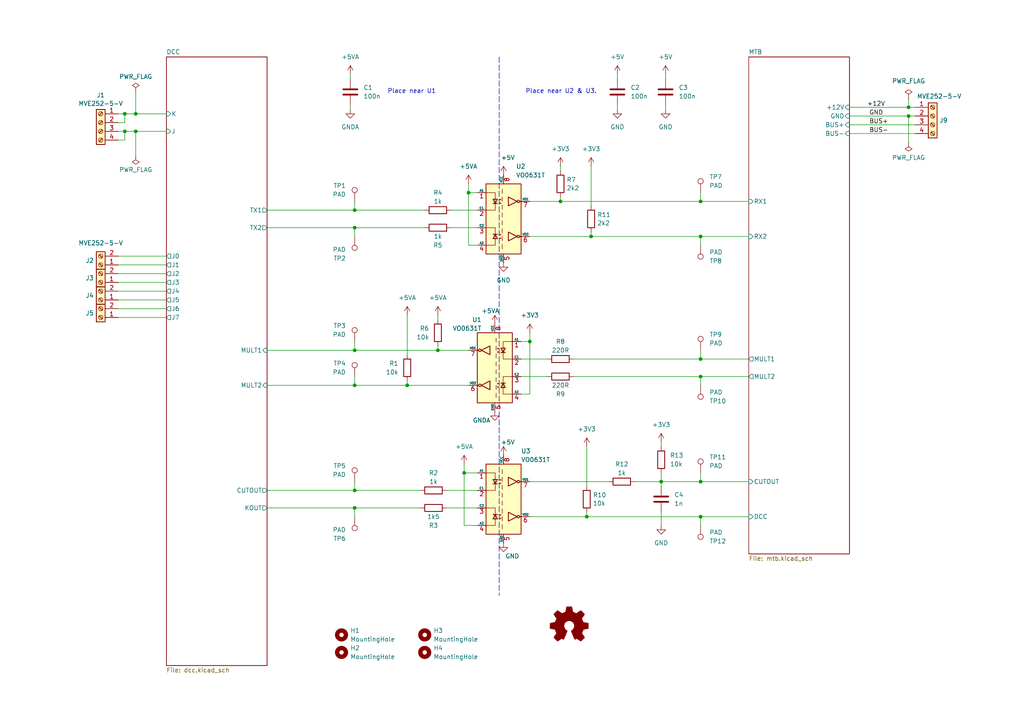
<source format=kicad_sch>
(kicad_sch (version 20230121) (generator eeschema)
  (paper "A4")
  (title_block (title "MTB-RC - MTBbus RailCom detector - root schematic") (date "2023-10-23") (rev "1.1") (company "Laboratory of railway vehicles control") (comment 1 "Kateřina Hanáková") (comment 2 "https://github.com/kmzbrnoI/mtb-rc") (comment 3 "https://creativecommons.org/licenses/by-sa/4.0/") (comment 4 "Released under the Creative Commons Attribution-ShareAlike 4.0 License"))
  (lib_symbols
    (symbol "Connector:Screw_Terminal_01x02" (pin_names (offset 1.016) hide)
      (property "Reference" "J" (at 0 2.54 0))
      (property "Value" "Screw_Terminal_01x02" (at 0 -5.08 0))
      (symbol "Screw_Terminal_01x02_1_1"
        (rectangle (start -1.27 1.27) (end 1.27 -3.81) (stroke (width 0.254)) (fill (type background)))
        (circle (center 0 -2.54) (radius 0.635) (stroke (width 0.1524)))
        (polyline (pts (xy -0.5334 -2.2098) (xy 0.3302 -3.048)) (stroke (width 0.1524)))
        (polyline (pts (xy -0.5334 0.3302) (xy 0.3302 -0.508)) (stroke (width 0.1524)))
        (polyline (pts (xy -0.3556 -2.032) (xy 0.508 -2.8702)) (stroke (width 0.1524)))
        (polyline (pts (xy -0.3556 0.508) (xy 0.508 -0.3302)) (stroke (width 0.1524)))
        (circle (center 0 0) (radius 0.635) (stroke (width 0.1524)))
        (pin passive line (at -5.08 0 0) (length 3.81) (name "Pin_1") (number "1"))
        (pin passive line (at -5.08 -2.54 0) (length 3.81) (name "Pin_2") (number "2"))
      )
    )
    (symbol "Connector:Screw_Terminal_01x04" (pin_names (offset 1.016) hide)
      (property "Reference" "J" (at 0 5.08 0))
      (property "Value" "Screw_Terminal_01x04" (at 0 -7.62 0))
      (symbol "Screw_Terminal_01x04_1_1"
        (rectangle (start -1.27 3.81) (end 1.27 -6.35) (stroke (width 0.254)) (fill (type background)))
        (circle (center 0 -5.08) (radius 0.635) (stroke (width 0.1524)))
        (circle (center 0 -2.54) (radius 0.635) (stroke (width 0.1524)))
        (polyline (pts (xy -0.5334 -4.7498) (xy 0.3302 -5.588)) (stroke (width 0.1524)))
        (polyline (pts (xy -0.5334 -2.2098) (xy 0.3302 -3.048)) (stroke (width 0.1524)))
        (polyline (pts (xy -0.5334 0.3302) (xy 0.3302 -0.508)) (stroke (width 0.1524)))
        (polyline (pts (xy -0.5334 2.8702) (xy 0.3302 2.032)) (stroke (width 0.1524)))
        (polyline (pts (xy -0.3556 -4.572) (xy 0.508 -5.4102)) (stroke (width 0.1524)))
        (polyline (pts (xy -0.3556 -2.032) (xy 0.508 -2.8702)) (stroke (width 0.1524)))
        (polyline (pts (xy -0.3556 0.508) (xy 0.508 -0.3302)) (stroke (width 0.1524)))
        (polyline (pts (xy -0.3556 3.048) (xy 0.508 2.2098)) (stroke (width 0.1524)))
        (circle (center 0 0) (radius 0.635) (stroke (width 0.1524)))
        (circle (center 0 2.54) (radius 0.635) (stroke (width 0.1524)))
        (pin passive line (at -5.08 2.54 0) (length 3.81) (name "Pin_1") (number "1"))
        (pin passive line (at -5.08 0 0) (length 3.81) (name "Pin_2") (number "2"))
        (pin passive line (at -5.08 -2.54 0) (length 3.81) (name "Pin_3") (number "3"))
        (pin passive line (at -5.08 -5.08 0) (length 3.81) (name "Pin_4") (number "4"))
      )
    )
    (symbol "Connector:TestPoint" (pin_numbers hide) (pin_names (offset 0.762) hide)
      (property "Reference" "TP" (at 0 6.858 0))
      (property "Value" "TestPoint" (at 0 5.08 0))
      (symbol "TestPoint_0_1"
        (circle (center 0 3.302) (radius 0.762))
      )
      (symbol "TestPoint_1_1"
        (pin passive line (at 0 0 90) (length 2.54) (name "1") (number "1"))
      )
    )
    (symbol "Device:C" (pin_numbers hide) (pin_names (offset 0.254))
      (property "Reference" "C" (at 0.635 2.54 0))
      (property "Value" "C" (at 0.635 -2.54 0))
      (symbol "C_0_1"
        (polyline (pts (xy -2.032 -0.762) (xy 2.032 -0.762)) (stroke (width 0.508)))
        (polyline (pts (xy -2.032 0.762) (xy 2.032 0.762)) (stroke (width 0.508)))
      )
      (symbol "C_1_1"
        (pin passive line (at 0 3.81 270) (length 2.794) (name "~") (number "1"))
        (pin passive line (at 0 -3.81 90) (length 2.794) (name "~") (number "2"))
      )
    )
    (symbol "Device:R" (pin_numbers hide) (pin_names (offset 0))
      (property "Reference" "R" (at 2.032 0 90))
      (property "Value" "R" (at 0 0 90))
      (symbol "R_0_1"
        (rectangle (start -1.016 -2.54) (end 1.016 2.54) (stroke (width 0.254)))
      )
      (symbol "R_1_1"
        (pin passive line (at 0 3.81 270) (length 1.27) (name "~") (number "1"))
        (pin passive line (at 0 -3.81 90) (length 1.27) (name "~") (number "2"))
      )
    )
    (symbol "Graphic:Logo_Open_Hardware_Small" (in_bom no) (on_board no)
      (symbol "Logo_Open_Hardware_Small_0_1"
        (polyline (pts (xy 3.3528 -4.3434) (xy 3.302 -4.318) (xy 3.175 -4.2418) (xy 2.9972 -4.1148) (xy 2.7686 -3.9624) (xy 2.54 -3.81) (xy 2.3622 -3.7084) (xy 2.2352 -3.6068) (xy 2.1844 -3.5814) (xy 2.159 -3.6068) (xy 2.0574 -3.6576) (xy 1.905 -3.7338) (xy 1.8034 -3.7846) (xy 1.6764 -3.8354) (xy 1.6002 -3.8354) (xy 1.6002 -3.8354) (xy 1.5494 -3.7338) (xy 1.4732 -3.5306) (xy 1.3462 -3.302) (xy 1.2446 -3.0226) (xy 1.1176 -2.7178) (xy 0.9652 -2.413) (xy 0.8636 -2.1082) (xy 0.7366 -1.8288) (xy 0.6604 -1.6256) (xy 0.6096 -1.4732) (xy 0.5842 -1.397) (xy 0.5842 -1.397) (xy 0.6604 -1.3208) (xy 0.7874 -1.2446) (xy 1.0414 -1.016) (xy 1.2954 -0.6858) (xy 1.4478 -0.3302) (xy 1.524 0.0762) (xy 1.4732 0.4572) (xy 1.3208 0.8128) (xy 1.0668 1.143) (xy 0.762 1.3716) (xy 0.4064 1.524) (xy 0 1.5748) (xy -0.381 1.5494) (xy -0.7366 1.397) (xy -1.0668 1.143) (xy -1.2192 0.9906) (xy -1.397 0.6604) (xy -1.524 0.3048) (xy -1.524 0.2286) (xy -1.4986 -0.1778) (xy -1.397 -0.5334) (xy -1.1938 -0.8636) (xy -0.9144 -1.143) (xy -0.8636 -1.1684) (xy -0.7366 -1.27) (xy -0.635 -1.3462) (xy -0.5842 -1.397) (xy -1.0668 -2.5908) (xy -1.143 -2.794) (xy -1.2954 -3.1242) (xy -1.397 -3.4036) (xy -1.4986 -3.6322) (xy -1.5748 -3.7846) (xy -1.6002 -3.8354) (xy -1.6002 -3.8354) (xy -1.651 -3.8354) (xy -1.7272 -3.81) (xy -1.905 -3.7338) (xy -2.0066 -3.683) (xy -2.1336 -3.6068) (xy -2.2098 -3.5814) (xy -2.2606 -3.6068) (xy -2.3622 -3.683) (xy -2.54 -3.81) (xy -2.7686 -3.9624) (xy -2.9718 -4.0894) (xy -3.1496 -4.2164) (xy -3.302 -4.318) (xy -3.3528 -4.3434) (xy -3.3782 -4.3434) (xy -3.429 -4.318) (xy -3.5306 -4.2164) (xy -3.7084 -4.064) (xy -3.937 -3.8354) (xy -3.9624 -3.81) (xy -4.1656 -3.6068) (xy -4.318 -3.4544) (xy -4.4196 -3.3274) (xy -4.445 -3.2766) (xy -4.445 -3.2766) (xy -4.4196 -3.2258) (xy -4.318 -3.0734) (xy -4.2164 -2.8956) (xy -4.064 -2.667) (xy -3.6576 -2.0828) (xy -3.8862 -1.5494) (xy -3.937 -1.3716) (xy -4.0386 -1.1684) (xy -4.0894 -1.0414) (xy -4.1148 -0.9652) (xy -4.191 -0.9398) (xy -4.318 -0.9144) (xy -4.5466 -0.8636) (xy -4.8006 -0.8128) (xy -5.0546 -0.7874) (xy -5.2578 -0.7366) (xy -5.4356 -0.7112) (xy -5.5118 -0.6858) (xy -5.5118 -0.6858) (xy -5.5372 -0.635) (xy -5.5372 -0.5588) (xy -5.5372 -0.4318) (xy -5.5626 -0.2286) (xy -5.5626 0.0762) (xy -5.5626 0.127) (xy -5.5372 0.4064) (xy -5.5372 0.635) (xy -5.5372 0.762) (xy -5.5372 0.8382) (xy -5.5372 0.8382) (xy -5.461 0.8382) (xy -5.3086 0.889) (xy -5.08 0.9144) (xy -4.826 0.9652) (xy -4.8006 0.9906) (xy -4.5466 1.0414) (xy -4.318 1.0668) (xy -4.1656 1.1176) (xy -4.0894 1.143) (xy -4.0894 1.143) (xy -4.0386 1.2446) (xy -3.9624 1.4224) (xy -3.8608 1.6256) (xy -3.7846 1.8288) (xy -3.7084 2.0066) (xy -3.6576 2.159) (xy -3.6322 2.2098) (xy -3.6322 2.2098) (xy -3.683 2.286) (xy -3.7592 2.413) (xy -3.8862 2.5908) (xy -4.064 2.8194) (xy -4.064 2.8448) (xy -4.2164 3.0734) (xy -4.3434 3.2512) (xy -4.4196 3.3782) (xy -4.445 3.4544) (xy -4.445 3.4544) (xy -4.3942 3.5052) (xy -4.2926 3.6322) (xy -4.1148 3.81) (xy -3.937 4.0132) (xy -3.8608 4.064) (xy -3.6576 4.2926) (xy -3.5052 4.4196) (xy -3.4036 4.4958) (xy -3.3528 4.5212) (xy -3.3528 4.5212) (xy -3.302 4.4704) (xy -3.1496 4.3688) (xy -2.9718 4.2418) (xy -2.7432 4.0894) (xy -2.7178 4.0894) (xy -2.4892 3.937) (xy -2.3114 3.81) (xy -2.1844 3.7084) (xy -2.1336 3.683) (xy -2.1082 3.683) (xy -2.032 3.7084) (xy -1.8542 3.7592) (xy -1.6764 3.8354) (xy -1.4732 3.937) (xy -1.27 4.0132) (xy -1.143 4.064) (xy -1.0668 4.1148) (xy -1.0668 4.1148) (xy -1.0414 4.191) (xy -1.016 4.3434) (xy -0.9652 4.572) (xy -0.9144 4.8514) (xy -0.889 4.9022) (xy -0.8382 5.1562) (xy -0.8128 5.3848) (xy -0.7874 5.5372) (xy -0.762 5.588) (xy -0.7112 5.6134) (xy -0.5842 5.6134) (xy -0.4064 5.6134) (xy -0.1524 5.6134) (xy 0.0762 5.6134) (xy 0.3302 5.6134) (xy 0.5334 5.6134) (xy 0.6858 5.588) (xy 0.7366 5.588) (xy 0.7366 5.588) (xy 0.762 5.5118) (xy 0.8128 5.334) (xy 0.8382 5.1054) (xy 0.9144 4.826) (xy 0.9144 4.7752) (xy 0.9652 4.5212) (xy 1.016 4.2926) (xy 1.0414 4.1402) (xy 1.0668 4.0894) (xy 1.0668 4.0894) (xy 1.1938 4.0386) (xy 1.3716 3.9624) (xy 1.5748 3.8608) (xy 2.0828 3.6576) (xy 2.7178 4.0894) (xy 2.7686 4.1402) (xy 2.9972 4.2926) (xy 3.175 4.4196) (xy 3.302 4.4958) (xy 3.3782 4.5212) (xy 3.3782 4.5212) (xy 3.429 4.4704) (xy 3.556 4.3434) (xy 3.7338 4.191) (xy 3.9116 3.9878) (xy 4.064 3.8354) (xy 4.2418 3.6576) (xy 4.3434 3.556) (xy 4.4196 3.4798) (xy 4.4196 3.429) (xy 4.4196 3.4036) (xy 4.3942 3.3274) (xy 4.2926 3.2004) (xy 4.1656 2.9972) (xy 4.0132 2.794) (xy 3.8862 2.5908) (xy 3.7592 2.3876) (xy 3.6576 2.2352) (xy 3.6322 2.159) (xy 3.6322 2.1336) (xy 3.683 2.0066) (xy 3.7592 1.8288) (xy 3.8608 1.6002) (xy 4.064 1.1176) (xy 4.3942 1.0414) (xy 4.5974 1.016) (xy 4.8768 0.9652) (xy 5.1308 0.9144) (xy 5.5372 0.8382) (xy 5.5626 -0.6604) (xy 5.4864 -0.6858) (xy 5.4356 -0.6858) (xy 5.2832 -0.7366) (xy 5.0546 -0.762) (xy 4.8006 -0.8128) (xy 4.5974 -0.8636) (xy 4.3688 -0.9144) (xy 4.2164 -0.9398) (xy 4.1402 -0.9398) (xy 4.1148 -0.9652) (xy 4.064 -1.0668) (xy 3.9878 -1.2446) (xy 3.9116 -1.4478) (xy 3.81 -1.651) (xy 3.7338 -1.8542) (xy 3.683 -2.0066) (xy 3.6576 -2.0828) (xy 3.683 -2.1336) (xy 3.7846 -2.2606) (xy 3.8862 -2.4638) (xy 4.0386 -2.667) (xy 4.191 -2.8956) (xy 4.318 -3.0734) (xy 4.3942 -3.2004) (xy 4.445 -3.2766) (xy 4.4196 -3.3274) (xy 4.3434 -3.429) (xy 4.1656 -3.5814) (xy 3.937 -3.8354) (xy 3.8862 -3.8608) (xy 3.683 -4.064) (xy 3.5306 -4.2164) (xy 3.4036 -4.318) (xy 3.3528 -4.3434)) (fill (type outline)))
      )
    )
    (symbol "Isolator:VO0631T" (pin_names (offset 0))
      (property "Reference" "U" (at -4.064 11.43 0))
      (property "Value" "VO0631T" (at 7.874 11.43 0))
      (symbol "VO0631T_0_1"
        (rectangle (start -5.08 10.16) (end 5.08 -10.16) (stroke (width 0.254)) (fill (type background)))
      )
      (symbol "VO0631T_1_1"
        (polyline (pts (xy -3.048 -4.445) (xy -1.778 -4.445)) (stroke (width 0.254)))
        (polyline (pts (xy -3.048 4.445) (xy -1.778 4.445)) (stroke (width 0.254)))
        (polyline (pts (xy -0.381 -7.366) (xy -0.381 -8.636)))
        (polyline (pts (xy -0.381 -5.08) (xy -0.381 -6.35)))
        (polyline (pts (xy -0.381 -2.794) (xy -0.381 -4.064)))
        (polyline (pts (xy -0.381 -0.508) (xy -0.381 -1.778)))
        (polyline (pts (xy -0.381 1.778) (xy -0.381 0.508)))
        (polyline (pts (xy -0.381 4.064) (xy -0.381 2.794)))
        (polyline (pts (xy -0.381 6.35) (xy -0.381 5.08)))
        (polyline (pts (xy -0.381 8.636) (xy -0.381 7.366)))
        (polyline (pts (xy 4.699 -5.08) (xy 5.207 -5.08)) (stroke (width 0.254)))
        (polyline (pts (xy 4.699 5.08) (xy 5.334 5.08)) (stroke (width 0.254)))
        (polyline (pts (xy -4.953 -7.62) (xy -2.413 -7.62) (xy -2.413 -5.715)))
        (polyline (pts (xy -4.953 7.62) (xy -2.413 7.62) (xy -2.413 4.318)))
        (polyline (pts (xy -2.413 -5.842) (xy -2.413 -2.54) (xy -4.953 -2.54)))
        (polyline (pts (xy -2.413 4.445) (xy -2.413 2.54) (xy -4.953 2.54)))
        (polyline (pts (xy -2.413 -4.445) (xy -3.048 -5.715) (xy -1.778 -5.715) (xy -2.413 -4.445)) (stroke (width 0.254)))
        (polyline (pts (xy -2.413 4.445) (xy -3.048 5.715) (xy -1.778 5.715) (xy -2.413 4.445)) (stroke (width 0.254)))
        (polyline (pts (xy 3.937 -5.08) (xy 1.397 -3.81) (xy 1.397 -6.35) (xy 3.937 -5.08)) (stroke (width 0.254)))
        (polyline (pts (xy 3.937 5.08) (xy 1.397 6.35) (xy 1.397 3.81) (xy 3.937 5.08)) (stroke (width 0.254)))
        (polyline (pts (xy -1.397 -5.588) (xy -0.635 -5.588) (xy -1.016 -5.715) (xy -1.016 -5.461) (xy -0.635 -5.588)) (stroke (width 0.127)))
        (polyline (pts (xy -1.397 -4.572) (xy -0.635 -4.572) (xy -1.016 -4.699) (xy -1.016 -4.445) (xy -0.635 -4.572)) (stroke (width 0.127)))
        (polyline (pts (xy -1.397 4.572) (xy -0.635 4.572) (xy -1.016 4.445) (xy -1.016 4.699) (xy -0.635 4.572)) (stroke (width 0.127)))
        (polyline (pts (xy -1.397 5.588) (xy -0.635 5.588) (xy -1.016 5.461) (xy -1.016 5.715) (xy -0.635 5.588)) (stroke (width 0.127)))
        (circle (center 4.318 -5.08) (radius 0.3556) (stroke (width 0.254)))
        (circle (center 4.318 5.08) (radius 0.3556) (stroke (width 0.254)))
        (pin passive line (at -7.62 7.62 0) (length 2.54) (name "A1") (number "1"))
        (pin passive line (at -7.62 2.54 0) (length 2.54) (name "C1") (number "2"))
        (pin passive line (at -7.62 -2.54 0) (length 2.54) (name "C2") (number "3"))
        (pin passive line (at -7.62 -7.62 0) (length 2.54) (name "A2") (number "4"))
        (pin power_in line (at 0 -12.7 90) (length 2.54) (name "GND") (number "5"))
        (pin open_collector line (at 7.62 -5.08 180) (length 2.54) (name "VO2") (number "6"))
        (pin open_collector line (at 7.62 5.08 180) (length 2.54) (name "VO1") (number "7"))
        (pin power_in line (at 0 12.7 270) (length 2.54) (name "VCC") (number "8"))
      )
    )
    (symbol "Mechanical:MountingHole" (pin_names (offset 1.016))
      (property "Reference" "H" (at 0 5.08 0))
      (property "Value" "MountingHole" (at 0 3.175 0))
      (symbol "MountingHole_0_1"
        (circle (center 0 0) (radius 1.27) (stroke (width 1.27)))
      )
    )
    (symbol "power:+3V3" (power) (pin_names (offset 0))
      (property "Value" "+3V3" (at 0 3.556 0))
      (symbol "+3V3_0_1"
        (polyline (pts (xy -0.762 1.27) (xy 0 2.54)))
        (polyline (pts (xy 0 0) (xy 0 2.54)))
        (polyline (pts (xy 0 2.54) (xy 0.762 1.27)))
      )
      (symbol "+3V3_1_1"
        (pin power_in line (at 0 0 90) (length 0) hide (name "+3V3") (number "1"))
      )
    )
    (symbol "power:+5V" (power) (pin_names (offset 0))
      (property "Value" "+5V" (at 0 3.556 0))
      (symbol "+5V_0_1"
        (polyline (pts (xy -0.762 1.27) (xy 0 2.54)))
        (polyline (pts (xy 0 0) (xy 0 2.54)))
        (polyline (pts (xy 0 2.54) (xy 0.762 1.27)))
      )
      (symbol "+5V_1_1"
        (pin power_in line (at 0 0 90) (length 0) hide (name "+5V") (number "1"))
      )
    )
    (symbol "power:+5VA" (power) (pin_names (offset 0))
      (property "Value" "+5VA" (at 0 3.556 0))
      (symbol "+5VA_0_1"
        (polyline (pts (xy -0.762 1.27) (xy 0 2.54)))
        (polyline (pts (xy 0 0) (xy 0 2.54)))
        (polyline (pts (xy 0 2.54) (xy 0.762 1.27)))
      )
      (symbol "+5VA_1_1"
        (pin power_in line (at 0 0 90) (length 0) hide (name "+5VA") (number "1"))
      )
    )
    (symbol "power:GND" (power) (pin_names (offset 0))
      (property "Value" "GND" (at 0 -3.81 0))
      (symbol "GND_0_1"
        (polyline (pts (xy 0 0) (xy 0 -1.27) (xy 1.27 -1.27) (xy 0 -2.54) (xy -1.27 -1.27) (xy 0 -1.27)))
      )
      (symbol "GND_1_1"
        (pin power_in line (at 0 0 270) (length 0) hide (name "GND") (number "1"))
      )
    )
    (symbol "power:GNDA" (power) (pin_names (offset 0))
      (property "Value" "GNDA" (at 0 -3.81 0))
      (symbol "GNDA_0_1"
        (polyline (pts (xy 0 0) (xy 0 -1.27) (xy 1.27 -1.27) (xy 0 -2.54) (xy -1.27 -1.27) (xy 0 -1.27)))
      )
      (symbol "GNDA_1_1"
        (pin power_in line (at 0 0 270) (length 0) hide (name "GNDA") (number "1"))
      )
    )
    (symbol "power:PWR_FLAG" (power) (pin_numbers hide) (pin_names (offset 0) hide)
      (property "Value" "PWR_FLAG" (at 0 3.81 0))
      (symbol "PWR_FLAG_0_0"
        (pin power_out line (at 0 0 90) (length 0) (name "pwr") (number "1"))
      )
      (symbol "PWR_FLAG_0_1"
        (polyline (pts (xy 0 0) (xy 0 1.27) (xy -1.016 1.905) (xy 0 2.54) (xy 1.016 1.905) (xy 0 1.27)))
      )
    )
  )
  (junction (at 102.87 147.32))
  (junction (at 102.87 142.24))
  (junction (at 263.525 31.115))
  (junction (at 263.525 33.655))
  (junction (at 39.37 38.1))
  (junction (at 118.11 111.76))
  (junction (at 170.18 149.86))
  (junction (at 127 101.6))
  (junction (at 36.195 33.02))
  (junction (at 171.45 68.58))
  (junction (at 36.195 38.1))
  (junction (at 102.87 101.6))
  (junction (at 191.77 139.7))
  (junction (at 153.67 99.06))
  (junction (at 134.62 137.16))
  (junction (at 102.87 60.96))
  (junction (at 203.2 58.42))
  (junction (at 39.37 33.02))
  (junction (at 203.2 139.7))
  (junction (at 102.87 66.04))
  (junction (at 203.2 149.86))
  (junction (at 203.2 104.14))
  (junction (at 162.56 58.42))
  (junction (at 203.2 68.58))
  (junction (at 203.2 109.22))
  (junction (at 102.87 111.76))
  (junction (at 135.89 55.88))
  (wire (pts (xy 246.38 33.655) (xy 263.525 33.655)))
  (wire (pts (xy 77.47 101.6) (xy 102.87 101.6)))
  (wire (pts (xy 39.37 38.1) (xy 39.37 45.085)))
  (wire (pts (xy 101.6 31.75) (xy 101.6 30.48)))
  (wire (pts (xy 102.87 147.32) (xy 102.87 149.86)))
  (wire (pts (xy 134.62 137.16) (xy 134.62 134.62)))
  (wire (pts (xy 130.81 66.04) (xy 138.43 66.04)))
  (wire (pts (xy 191.77 128.27) (xy 191.77 129.54)))
  (wire (pts (xy 203.2 139.7) (xy 217.17 139.7)))
  (wire (pts (xy 246.38 36.195) (xy 265.43 36.195)))
  (wire (pts (xy 102.87 101.6) (xy 127 101.6)))
  (wire (pts (xy 171.45 68.58) (xy 203.2 68.58)))
  (wire (pts (xy 158.75 109.22) (xy 151.13 109.22)))
  (wire (pts (xy 135.89 55.88) (xy 135.89 53.34)))
  (wire (pts (xy 102.87 109.22) (xy 102.87 111.76)))
  (wire (pts (xy 34.29 38.1) (xy 36.195 38.1)))
  (wire (pts (xy 170.18 148.59) (xy 170.18 149.86)))
  (wire (pts (xy 102.87 99.06) (xy 102.87 101.6)))
  (wire (pts (xy 193.04 21.59) (xy 193.04 22.86)))
  (wire (pts (xy 34.29 79.375) (xy 48.26 79.375)))
  (wire (pts (xy 170.18 149.86) (xy 203.2 149.86)))
  (wire (pts (xy 171.45 67.31) (xy 171.45 68.58)))
  (wire (pts (xy 129.54 147.32) (xy 138.43 147.32)))
  (polyline (pts (xy 144.78 16.51) (xy 144.78 172.72)) (stroke (width 0) (type dash)))
  (wire (pts (xy 118.11 110.49) (xy 118.11 111.76)))
  (wire (pts (xy 34.29 40.64) (xy 36.195 40.64)))
  (wire (pts (xy 203.2 149.86) (xy 217.17 149.86)))
  (wire (pts (xy 129.54 142.24) (xy 138.43 142.24)))
  (wire (pts (xy 184.15 139.7) (xy 191.77 139.7)))
  (wire (pts (xy 34.29 74.295) (xy 48.26 74.295)))
  (wire (pts (xy 102.87 60.96) (xy 123.19 60.96)))
  (wire (pts (xy 151.13 99.06) (xy 153.67 99.06)))
  (wire (pts (xy 171.45 48.26) (xy 171.45 59.69)))
  (wire (pts (xy 170.18 129.54) (xy 170.18 140.97)))
  (wire (pts (xy 138.43 55.88) (xy 135.89 55.88)))
  (wire (pts (xy 127 100.33) (xy 127 101.6)))
  (wire (pts (xy 203.2 137.16) (xy 203.2 139.7)))
  (wire (pts (xy 77.47 66.04) (xy 102.87 66.04)))
  (wire (pts (xy 263.525 33.655) (xy 263.525 41.275)))
  (wire (pts (xy 130.81 60.96) (xy 138.43 60.96)))
  (wire (pts (xy 77.47 147.32) (xy 102.87 147.32)))
  (wire (pts (xy 102.87 142.24) (xy 121.92 142.24)))
  (wire (pts (xy 102.87 139.7) (xy 102.87 142.24)))
  (wire (pts (xy 153.67 58.42) (xy 162.56 58.42)))
  (wire (pts (xy 162.56 58.42) (xy 203.2 58.42)))
  (wire (pts (xy 153.67 114.3) (xy 151.13 114.3)))
  (wire (pts (xy 101.6 21.59) (xy 101.6 22.86)))
  (wire (pts (xy 138.43 137.16) (xy 134.62 137.16)))
  (wire (pts (xy 34.29 81.915) (xy 48.26 81.915)))
  (wire (pts (xy 39.37 38.1) (xy 48.26 38.1)))
  (wire (pts (xy 153.67 68.58) (xy 171.45 68.58)))
  (wire (pts (xy 36.195 33.02) (xy 39.37 33.02)))
  (wire (pts (xy 118.11 91.44) (xy 118.11 102.87)))
  (wire (pts (xy 203.2 68.58) (xy 217.17 68.58)))
  (wire (pts (xy 39.37 26.67) (xy 39.37 33.02)))
  (wire (pts (xy 191.77 140.97) (xy 191.77 139.7)))
  (wire (pts (xy 135.89 71.12) (xy 138.43 71.12)))
  (wire (pts (xy 102.87 58.42) (xy 102.87 60.96)))
  (wire (pts (xy 162.56 48.26) (xy 162.56 49.53)))
  (wire (pts (xy 36.195 38.1) (xy 39.37 38.1)))
  (wire (pts (xy 34.29 89.535) (xy 48.26 89.535)))
  (wire (pts (xy 77.47 142.24) (xy 102.87 142.24)))
  (wire (pts (xy 36.195 33.02) (xy 36.195 35.56)))
  (wire (pts (xy 118.11 111.76) (xy 135.89 111.76)))
  (wire (pts (xy 263.525 28.575) (xy 263.525 31.115)))
  (wire (pts (xy 179.07 21.59) (xy 179.07 22.86)))
  (wire (pts (xy 203.2 101.6) (xy 203.2 104.14)))
  (wire (pts (xy 34.29 76.835) (xy 48.26 76.835)))
  (wire (pts (xy 203.2 58.42) (xy 217.17 58.42)))
  (wire (pts (xy 203.2 152.4) (xy 203.2 149.86)))
  (wire (pts (xy 203.2 109.22) (xy 217.17 109.22)))
  (wire (pts (xy 153.67 99.06) (xy 153.67 114.3)))
  (wire (pts (xy 77.47 111.76) (xy 102.87 111.76)))
  (wire (pts (xy 191.77 139.7) (xy 203.2 139.7)))
  (wire (pts (xy 34.29 84.455) (xy 48.26 84.455)))
  (wire (pts (xy 191.77 148.59) (xy 191.77 152.4)))
  (wire (pts (xy 39.37 33.02) (xy 48.26 33.02)))
  (wire (pts (xy 263.525 33.655) (xy 265.43 33.655)))
  (wire (pts (xy 203.2 71.12) (xy 203.2 68.58)))
  (wire (pts (xy 203.2 109.22) (xy 203.2 111.76)))
  (wire (pts (xy 162.56 57.15) (xy 162.56 58.42)))
  (wire (pts (xy 102.87 66.04) (xy 123.19 66.04)))
  (wire (pts (xy 191.77 137.16) (xy 191.77 139.7)))
  (wire (pts (xy 134.62 152.4) (xy 138.43 152.4)))
  (wire (pts (xy 246.38 38.735) (xy 265.43 38.735)))
  (wire (pts (xy 127 91.44) (xy 127 92.71)))
  (wire (pts (xy 34.29 86.995) (xy 48.26 86.995)))
  (wire (pts (xy 134.62 137.16) (xy 134.62 152.4)))
  (wire (pts (xy 179.07 31.75) (xy 179.07 30.48)))
  (wire (pts (xy 36.195 40.64) (xy 36.195 38.1)))
  (wire (pts (xy 153.67 99.06) (xy 153.67 96.52)))
  (wire (pts (xy 102.87 147.32) (xy 121.92 147.32)))
  (wire (pts (xy 135.89 55.88) (xy 135.89 71.12)))
  (wire (pts (xy 166.37 109.22) (xy 203.2 109.22)))
  (wire (pts (xy 34.29 33.02) (xy 36.195 33.02)))
  (wire (pts (xy 77.47 60.96) (xy 102.87 60.96)))
  (wire (pts (xy 203.2 104.14) (xy 217.17 104.14)))
  (wire (pts (xy 158.75 104.14) (xy 151.13 104.14)))
  (wire (pts (xy 34.29 35.56) (xy 36.195 35.56)))
  (wire (pts (xy 246.38 31.115) (xy 263.525 31.115)))
  (wire (pts (xy 203.2 55.88) (xy 203.2 58.42)))
  (wire (pts (xy 34.29 92.075) (xy 48.26 92.075)))
  (wire (pts (xy 127 101.6) (xy 135.89 101.6)))
  (wire (pts (xy 166.37 104.14) (xy 203.2 104.14)))
  (wire (pts (xy 193.04 31.75) (xy 193.04 30.48)))
  (wire (pts (xy 153.67 139.7) (xy 176.53 139.7)))
  (wire (pts (xy 102.87 111.76) (xy 118.11 111.76)))
  (wire (pts (xy 102.87 66.04) (xy 102.87 68.58)))
  (wire (pts (xy 263.525 31.115) (xy 265.43 31.115)))
  (wire (pts (xy 153.67 149.86) (xy 170.18 149.86)))
  (text "Place near U2 & U3." (at 152.4 27.305 0) (effects (font (size 1.27 1.27)) (justify left bottom)))
  (text "Place near U1" (at 112.395 27.305 0) (effects (font (size 1.27 1.27)) (justify left bottom)))
  (label "GND" (at 252.095 33.655 0))
  (label "BUS-" (at 252.095 38.735 0))
  (label "BUS+" (at 252.095 36.195 0))
  (label "+12V" (at 251.46 31.115 0))
  (symbol (lib_id "Device:R") (at 162.56 104.14 270) (mirror x) (unit 1)
    (property "Reference" "R8" (at 162.56 99.06 90))
    (property "Value" "220R" (at 162.56 101.6 90))
    (property "Footprint" "Resistor_SMD:R_0805_2012Metric_Pad1.20x1.40mm_HandSolder" (effects hide))
  )
  (symbol (lib_id "Isolator:VO0631T") (at 146.05 63.5 0) (unit 1)
    (property "Reference" "U2" (at 149.6761 48.26 0) (effects (justify left)))
    (property "Value" "VO0631T" (at 149.6761 50.8 0) (effects (justify left)))
    (property "Footprint" "Package_SO:SOIC-8_3.9x4.9mm_P1.27mm" (effects hide))
    (property "Datasheet" "http://www.vishay.com/doc?84607" (effects hide))
  )
  (symbol (lib_id "Connector:Screw_Terminal_01x02") (at 29.21 86.995 180) (unit 1)
    (property "Reference" "J4" (at 26.035 85.725 0))
    (property "Value" "MVE252-5-V" (effects hide))
    (property "Footprint" "TerminalBlock_Euroclamp:MVE252-5-V" (effects hide))
  )
  (symbol (lib_id "power:+5VA") (at 135.89 53.34 0) (unit 1)
    (property "Reference" "#PWR06" (effects hide))
    (property "Value" "+5VA" (at 135.89 48.26 0))
  )
  (symbol (lib_id "Connector:TestPoint") (at 102.87 139.7 0) (mirror y) (unit 1)
    (property "Reference" "TP5" (at 100.33 135.128 0) (effects (justify left)))
    (property "Value" "PAD" (at 100.33 137.668 0) (effects (justify left)))
    (property "Footprint" "Connector_PinHeader_2.54mm:PinHeader_1x01_P2.54mm_Vertical" (effects hide))
  )
  (symbol (lib_id "Device:C") (at 193.04 26.67 0) (unit 1)
    (property "Reference" "C3" (at 196.85 25.4 0) (effects (justify left)))
    (property "Value" "100n" (at 196.85 27.94 0) (effects (justify left)))
    (property "Footprint" "Capacitor_SMD:C_0805_2012Metric_Pad1.18x1.45mm_HandSolder" (effects hide))
  )
  (symbol (lib_id "power:GNDA") (at 101.6 31.75 0) (unit 1)
    (property "Reference" "#PWR02" (effects hide))
    (property "Value" "GNDA" (at 101.6 36.83 0))
  )
  (symbol (lib_id "Isolator:VO0631T") (at 143.51 106.68 0) (mirror y) (unit 1)
    (property "Reference" "U1" (at 139.7 92.71 0) (effects (justify left)))
    (property "Value" "VO0631T" (at 139.7 95.25 0) (effects (justify left)))
    (property "Footprint" "Package_SO:SOIC-8_3.9x4.9mm_P1.27mm" (effects hide))
    (property "Datasheet" "http://www.vishay.com/doc?84607" (effects hide))
  )
  (symbol (lib_id "Connector:TestPoint") (at 203.2 137.16 0) (unit 1)
    (property "Reference" "TP11" (at 205.74 132.588 0) (effects (justify left)))
    (property "Value" "PAD" (at 205.74 135.128 0) (effects (justify left)))
    (property "Footprint" "Connector_PinHeader_2.54mm:PinHeader_1x01_P2.54mm_Vertical" (effects hide))
  )
  (symbol (lib_id "power:+5VA") (at 127 91.44 0) (unit 1)
    (property "Reference" "#PWR04" (effects hide))
    (property "Value" "+5VA" (at 127 86.36 0))
  )
  (symbol (lib_id "Connector:Screw_Terminal_01x04") (at 29.21 35.56 0) (mirror y) (unit 1)
    (property "Reference" "J1" (at 29.21 27.6057 0))
    (property "Value" "MVE252-5-V" (at 29.21 30.0299 0))
    (property "Footprint" "TerminalBlock_Euroclamp:MVE252-5-V-2x" (effects hide))
  )
  (symbol (lib_id "Device:R") (at 127 96.52 0) (mirror y) (unit 1)
    (property "Reference" "R6" (at 124.46 95.25 0) (effects (justify left)))
    (property "Value" "10k" (at 124.46 97.79 0) (effects (justify left)))
    (property "Footprint" "Resistor_SMD:R_0805_2012Metric_Pad1.20x1.40mm_HandSolder" (effects hide))
  )
  (symbol (lib_id "power:PWR_FLAG") (at 39.37 45.085 0) (mirror x) (unit 1)
    (property "Reference" "#FLG03" (effects hide))
    (property "Value" "PWR_FLAG" (at 39.37 49.2181 0))
  )
  (symbol (lib_id "power:+3V3") (at 162.56 48.26 0) (unit 1)
    (property "Reference" "#PWR014" (effects hide))
    (property "Value" "+3V3" (at 162.56 43.18 0))
  )
  (symbol (lib_id "Device:R") (at 171.45 63.5 0) (unit 1)
    (property "Reference" "R11" (at 173.228 62.2879 0) (effects (justify left)))
    (property "Value" "2k2" (at 173.228 64.7121 0) (effects (justify left)))
    (property "Footprint" "Resistor_SMD:R_0805_2012Metric_Pad1.20x1.40mm_HandSolder" (effects hide))
  )
  (symbol (lib_id "power:PWR_FLAG") (at 263.525 41.275 180) (unit 1)
    (property "Reference" "#FLG02" (effects hide))
    (property "Value" "PWR_FLAG" (at 263.525 45.72 0))
  )
  (symbol (lib_id "power:GND") (at 146.05 157.48 0) (unit 1)
    (property "Reference" "#PWR012" (effects hide))
    (property "Value" "GND" (at 148.59 161.29 0))
  )
  (symbol (lib_id "Connector:TestPoint") (at 102.87 58.42 0) (mirror y) (unit 1)
    (property "Reference" "TP1" (at 100.33 53.848 0) (effects (justify left)))
    (property "Value" "PAD" (at 100.33 56.388 0) (effects (justify left)))
    (property "Footprint" "Connector_PinHeader_2.54mm:PinHeader_1x01_P2.54mm_Vertical" (effects hide))
  )
  (symbol (lib_id "power:GND") (at 191.77 152.4 0) (unit 1)
    (property "Reference" "#PWR022" (effects hide))
    (property "Value" "GND" (at 191.77 157.48 0))
  )
  (symbol (lib_id "Connector:Screw_Terminal_01x04") (at 270.51 33.655 0) (unit 1)
    (property "Reference" "J9" (at 273.685 34.925 0))
    (property "Value" "MVE252-5-V" (at 272.415 27.94 0))
    (property "Footprint" "TerminalBlock_Euroclamp:MVE252-5-V-2x" (effects hide))
  )
  (symbol (lib_id "Device:C") (at 101.6 26.67 0) (unit 1)
    (property "Reference" "C1" (at 105.41 25.4 0) (effects (justify left)))
    (property "Value" "100n" (at 105.41 27.94 0) (effects (justify left)))
    (property "Footprint" "Capacitor_SMD:C_0805_2012Metric_Pad1.18x1.45mm_HandSolder" (effects hide))
  )
  (symbol (lib_id "Connector:Screw_Terminal_01x02") (at 29.21 81.915 180) (unit 1)
    (property "Reference" "J3" (at 26.035 80.645 0))
    (property "Value" "MVE252-5-V" (effects hide))
    (property "Footprint" "TerminalBlock_Euroclamp:MVE252-5-V" (effects hide))
  )
  (symbol (lib_id "Device:R") (at 118.11 106.68 0) (mirror y) (unit 1)
    (property "Reference" "R1" (at 115.57 105.41 0) (effects (justify left)))
    (property "Value" "10k" (at 115.57 107.95 0) (effects (justify left)))
    (property "Footprint" "Resistor_SMD:R_0805_2012Metric_Pad1.20x1.40mm_HandSolder" (effects hide))
  )
  (symbol (lib_id "power:PWR_FLAG") (at 263.525 28.575 0) (unit 1)
    (property "Reference" "#FLG01" (effects hide))
    (property "Value" "PWR_FLAG" (at 263.525 23.495 0))
  )
  (symbol (lib_id "Device:R") (at 127 66.04 90) (unit 1)
    (property "Reference" "R5" (at 127 71.12 90))
    (property "Value" "1k" (at 127 68.58 90))
    (property "Footprint" "Resistor_SMD:R_0805_2012Metric_Pad1.20x1.40mm_HandSolder" (effects hide))
  )
  (symbol (lib_id "Isolator:VO0631T") (at 146.05 144.78 0) (unit 1)
    (property "Reference" "U3" (at 151.13 130.81 0) (effects (justify left)))
    (property "Value" "VO0631T" (at 151.13 133.35 0) (effects (justify left)))
    (property "Footprint" "Package_SO:SOIC-8_3.9x4.9mm_P1.27mm" (effects hide))
    (property "Datasheet" "http://www.vishay.com/doc?84607" (effects hide))
  )
  (symbol (lib_id "Connector:TestPoint") (at 203.2 152.4 0) (mirror x) (unit 1)
    (property "Reference" "TP12" (at 205.74 156.972 0) (effects (justify left)))
    (property "Value" "PAD" (at 205.74 154.432 0) (effects (justify left)))
    (property "Footprint" "Connector_PinHeader_2.54mm:PinHeader_1x01_P2.54mm_Vertical" (effects hide))
  )
  (symbol (lib_id "power:+5V") (at 193.04 21.59 0) (unit 1)
    (property "Reference" "#PWR019" (effects hide))
    (property "Value" "+5V" (at 193.04 16.51 0))
  )
  (symbol (lib_id "Graphic:Logo_Open_Hardware_Small") (at 165.1 181.61 0) (unit 1) (in_bom no) (on_board no)
    (property "Reference" "#SYM1" (effects hide))
    (property "Value" "Logo_Open_Hardware_Small" (effects hide))
    (property "Sim.Enable" "0" (effects hide))
  )
  (symbol (lib_id "Mechanical:MountingHole") (at 99.06 184.15 0) (unit 1)
    (property "Reference" "H1" (at 101.6 182.88 0) (effects (justify left)))
    (property "Value" "MountingHole" (at 101.6 185.42 0) (effects (justify left)))
    (property "Footprint" "MountingHole:MountingHole_3.2mm_M3_Pad_Via" (effects hide))
  )
  (symbol (lib_id "Connector:TestPoint") (at 102.87 99.06 0) (mirror y) (unit 1)
    (property "Reference" "TP3" (at 100.33 94.488 0) (effects (justify left)))
    (property "Value" "PAD" (at 100.33 97.028 0) (effects (justify left)))
    (property "Footprint" "Connector_PinHeader_2.54mm:PinHeader_1x01_P2.54mm_Vertical" (effects hide))
  )
  (symbol (lib_id "Connector:TestPoint") (at 102.87 68.58 180) (unit 1)
    (property "Reference" "TP2" (at 100.33 74.93 0) (effects (justify left)))
    (property "Value" "PAD" (at 100.33 72.39 0) (effects (justify left)))
    (property "Footprint" "Connector_PinHeader_2.54mm:PinHeader_1x01_P2.54mm_Vertical" (effects hide))
  )
  (symbol (lib_id "power:+5VA") (at 101.6 21.59 0) (unit 1)
    (property "Reference" "#PWR01" (effects hide))
    (property "Value" "+5VA" (at 101.6 16.51 0))
  )
  (symbol (lib_id "power:+3V3") (at 153.67 96.52 0) (unit 1)
    (property "Reference" "#PWR013" (effects hide))
    (property "Value" "+3V3" (at 153.67 91.44 0))
  )
  (symbol (lib_id "Mechanical:MountingHole") (at 123.19 184.15 0) (unit 1)
    (property "Reference" "H3" (at 125.73 182.88 0) (effects (justify left)))
    (property "Value" "MountingHole" (at 125.73 185.42 0) (effects (justify left)))
    (property "Footprint" "MountingHole:MountingHole_3.2mm_M3_Pad_Via" (effects hide))
  )
  (symbol (lib_id "Connector:TestPoint") (at 203.2 71.12 0) (mirror x) (unit 1)
    (property "Reference" "TP8" (at 205.74 75.692 0) (effects (justify left)))
    (property "Value" "PAD" (at 205.74 73.152 0) (effects (justify left)))
    (property "Footprint" "Connector_PinHeader_2.54mm:PinHeader_1x01_P2.54mm_Vertical" (effects hide))
  )
  (symbol (lib_id "Connector:Screw_Terminal_01x02") (at 29.21 92.075 180) (unit 1)
    (property "Reference" "J5" (at 26.035 90.805 0))
    (property "Value" "MVE252-5-V" (effects hide))
    (property "Footprint" "TerminalBlock_Euroclamp:MVE252-5-V" (effects hide))
  )
  (symbol (lib_id "Device:R") (at 162.56 53.34 0) (unit 1)
    (property "Reference" "R7" (at 164.338 52.1279 0) (effects (justify left)))
    (property "Value" "2k2" (at 164.338 54.5521 0) (effects (justify left)))
    (property "Footprint" "Resistor_SMD:R_0805_2012Metric_Pad1.20x1.40mm_HandSolder" (effects hide))
  )
  (symbol (lib_id "power:PWR_FLAG") (at 39.37 26.67 0) (unit 1)
    (property "Reference" "#FLG04" (effects hide))
    (property "Value" "PWR_FLAG" (at 39.37 22.225 0))
  )
  (symbol (lib_id "Connector:Screw_Terminal_01x02") (at 29.21 76.835 180) (unit 1)
    (property "Reference" "J2" (at 26.035 75.565 0))
    (property "Value" "MVE252-5-V" (at 29.21 70.485 0))
    (property "Footprint" "TerminalBlock_Euroclamp:MVE252-5-V" (effects hide))
  )
  (symbol (lib_id "Connector:TestPoint") (at 102.87 149.86 180) (unit 1)
    (property "Reference" "TP6" (at 100.33 156.21 0) (effects (justify left)))
    (property "Value" "PAD" (at 100.33 153.67 0) (effects (justify left)))
    (property "Footprint" "Connector_PinHeader_2.54mm:PinHeader_1x01_P2.54mm_Vertical" (effects hide))
  )
  (symbol (lib_id "power:GND") (at 193.04 31.75 0) (unit 1)
    (property "Reference" "#PWR020" (effects hide))
    (property "Value" "GND" (at 193.04 36.83 0))
  )
  (symbol (lib_id "Device:R") (at 125.73 147.32 90) (unit 1)
    (property "Reference" "R3" (at 125.73 152.4 90))
    (property "Value" "1k5" (at 125.73 149.86 90))
    (property "Footprint" "Resistor_SMD:R_0805_2012Metric_Pad1.20x1.40mm_HandSolder" (effects hide))
  )
  (symbol (lib_id "Connector:TestPoint") (at 203.2 101.6 0) (unit 1)
    (property "Reference" "TP9" (at 205.74 97.028 0) (effects (justify left)))
    (property "Value" "PAD" (at 205.74 99.568 0) (effects (justify left)))
    (property "Footprint" "Connector_PinHeader_2.54mm:PinHeader_1x01_P2.54mm_Vertical" (effects hide))
  )
  (symbol (lib_id "power:+5VA") (at 143.51 93.98 0) (unit 1)
    (property "Reference" "#PWR07" (effects hide))
    (property "Value" "+5VA" (at 142.24 90.17 0))
  )
  (symbol (lib_id "power:+5V") (at 146.05 50.8 0) (unit 1)
    (property "Reference" "#PWR09" (effects hide))
    (property "Value" "+5V" (at 147.32 45.72 0))
  )
  (symbol (lib_id "Connector:TestPoint") (at 203.2 55.88 0) (unit 1)
    (property "Reference" "TP7" (at 205.74 51.308 0) (effects (justify left)))
    (property "Value" "PAD" (at 205.74 53.848 0) (effects (justify left)))
    (property "Footprint" "Connector_PinHeader_2.54mm:PinHeader_1x01_P2.54mm_Vertical" (effects hide))
  )
  (symbol (lib_id "Device:C") (at 179.07 26.67 0) (unit 1)
    (property "Reference" "C2" (at 182.88 25.4 0) (effects (justify left)))
    (property "Value" "100n" (at 182.88 27.94 0) (effects (justify left)))
    (property "Footprint" "Capacitor_SMD:C_0805_2012Metric_Pad1.18x1.45mm_HandSolder" (effects hide))
  )
  (symbol (lib_id "Device:R") (at 125.73 142.24 90) (unit 1)
    (property "Reference" "R2" (at 125.73 137.16 90))
    (property "Value" "1k" (at 125.73 139.7 90))
    (property "Footprint" "Resistor_SMD:R_0805_2012Metric_Pad1.20x1.40mm_HandSolder" (effects hide))
  )
  (symbol (lib_id "power:GNDA") (at 143.51 119.38 0) (unit 1)
    (property "Reference" "#PWR08" (effects hide))
    (property "Value" "GNDA" (at 139.7 121.92 0))
  )
  (symbol (lib_id "power:+3V3") (at 170.18 129.54 0) (unit 1)
    (property "Reference" "#PWR017" (effects hide))
    (property "Value" "+3V3" (at 170.18 124.46 0))
  )
  (symbol (lib_id "power:+3V3") (at 171.45 48.26 0) (unit 1)
    (property "Reference" "#PWR018" (effects hide))
    (property "Value" "+3V3" (at 171.45 43.18 0))
  )
  (symbol (lib_id "Device:R") (at 191.77 133.35 0) (unit 1)
    (property "Reference" "R13" (at 194.31 132.08 0) (effects (justify left)))
    (property "Value" "10k" (at 194.31 134.62 0) (effects (justify left)))
    (property "Footprint" "Resistor_SMD:R_0805_2012Metric_Pad1.20x1.40mm_HandSolder" (effects hide))
  )
  (symbol (lib_id "power:GND") (at 146.05 76.2 0) (unit 1)
    (property "Reference" "#PWR010" (effects hide))
    (property "Value" "GND" (at 146.05 81.28 0))
  )
  (symbol (lib_id "Device:R") (at 127 60.96 90) (unit 1)
    (property "Reference" "R4" (at 127 55.88 90))
    (property "Value" "1k" (at 127 58.42 90))
    (property "Footprint" "Resistor_SMD:R_0805_2012Metric_Pad1.20x1.40mm_HandSolder" (effects hide))
  )
  (symbol (lib_id "power:+5V") (at 146.05 132.08 0) (unit 1)
    (property "Reference" "#PWR011" (effects hide))
    (property "Value" "+5V" (at 147.32 128.27 0))
  )
  (symbol (lib_id "power:+5VA") (at 134.62 134.62 0) (unit 1)
    (property "Reference" "#PWR05" (effects hide))
    (property "Value" "+5VA" (at 134.62 129.54 0))
  )
  (symbol (lib_id "Device:R") (at 170.18 144.78 0) (unit 1)
    (property "Reference" "R10" (at 171.958 143.5679 0) (effects (justify left)))
    (property "Value" "10k" (at 171.958 145.9921 0) (effects (justify left)))
    (property "Footprint" "Resistor_SMD:R_0805_2012Metric_Pad1.20x1.40mm_HandSolder" (effects hide))
  )
  (symbol (lib_id "Connector:TestPoint") (at 203.2 111.76 0) (mirror x) (unit 1)
    (property "Reference" "TP10" (at 205.74 116.332 0) (effects (justify left)))
    (property "Value" "PAD" (at 205.74 113.792 0) (effects (justify left)))
    (property "Footprint" "Connector_PinHeader_2.54mm:PinHeader_1x01_P2.54mm_Vertical" (effects hide))
  )
  (symbol (lib_id "Device:R") (at 162.56 109.22 270) (mirror x) (unit 1)
    (property "Reference" "R9" (at 162.56 114.3 90))
    (property "Value" "220R" (at 162.56 111.76 90))
    (property "Footprint" "Resistor_SMD:R_0805_2012Metric_Pad1.20x1.40mm_HandSolder" (effects hide))
  )
  (symbol (lib_id "Device:C") (at 191.77 144.78 0) (unit 1)
    (property "Reference" "C4" (at 195.58 143.51 0) (effects (justify left)))
    (property "Value" "1n" (at 195.58 146.05 0) (effects (justify left)))
    (property "Footprint" "Capacitor_SMD:C_0805_2012Metric_Pad1.18x1.45mm_HandSolder" (effects hide))
  )
  (symbol (lib_id "power:GND") (at 179.07 31.75 0) (unit 1)
    (property "Reference" "#PWR016" (effects hide))
    (property "Value" "GND" (at 179.07 36.83 0))
  )
  (symbol (lib_id "Mechanical:MountingHole") (at 123.19 189.23 0) (unit 1)
    (property "Reference" "H4" (at 125.73 187.96 0) (effects (justify left)))
    (property "Value" "MountingHole" (at 125.73 190.5 0) (effects (justify left)))
    (property "Footprint" "MountingHole:MountingHole_3.2mm_M3_Pad_Via" (effects hide))
  )
  (symbol (lib_id "Mechanical:MountingHole") (at 99.06 189.23 0) (unit 1)
    (property "Reference" "H2" (at 101.6 187.96 0) (effects (justify left)))
    (property "Value" "MountingHole" (at 101.6 190.5 0) (effects (justify left)))
    (property "Footprint" "MountingHole:MountingHole_3.2mm_M3_Pad_Via" (effects hide))
  )
  (symbol (lib_id "power:+3V3") (at 191.77 128.27 0) (unit 1)
    (property "Reference" "#PWR021" (effects hide))
    (property "Value" "+3V3" (at 191.77 123.19 0))
  )
  (symbol (lib_id "power:+5V") (at 179.07 21.59 0) (unit 1)
    (property "Reference" "#PWR015" (effects hide))
    (property "Value" "+5V" (at 179.07 16.51 0))
  )
  (symbol (lib_id "Connector:TestPoint") (at 102.87 109.22 0) (unit 1)
    (property "Reference" "TP4" (at 100.33 105.41 0) (effects (justify right)))
    (property "Value" "PAD" (at 100.33 107.95 0) (effects (justify right)))
    (property "Footprint" "Connector_PinHeader_2.54mm:PinHeader_1x01_P2.54mm_Vertical" (effects hide))
  )
  (symbol (lib_id "power:+5VA") (at 118.11 91.44 0) (unit 1)
    (property "Reference" "#PWR03" (effects hide))
    (property "Value" "+5VA" (at 118.11 86.36 0))
  )
  (symbol (lib_id "Device:R") (at 180.34 139.7 90) (mirror x) (unit 1)
    (property "Reference" "R12" (at 180.34 134.62 90))
    (property "Value" "1k" (at 180.34 137.16 90))
    (property "Footprint" "Resistor_SMD:R_0805_2012Metric_Pad1.20x1.40mm_HandSolder" (effects hide))
  )
  (sheet (at 217.17 16.51) (size 29.21 144.145) (stroke (width 0.1524))
    (property "Sheetname" "MTB" (at 217.17 15.7984 0) (effects (justify left bottom)))
    (property "Sheetfile" "mtb.kicad_sch" (at 217.17 161.2396 0) (effects (justify left top)))
    (pin "+12V" input (at 246.38 31.115 0))
    (pin "GND" input (at 246.38 33.655 0))
    (pin "BUS+" input (at 246.38 36.195 0))
    (pin "BUS-" input (at 246.38 38.735 0))
    (pin "RX1" input (at 217.17 58.42 180))
    (pin "RX2" input (at 217.17 68.58 180))
    (pin "DCC" input (at 217.17 149.86 180))
    (pin "MULT1" output (at 217.17 104.14 180))
    (pin "MULT2" output (at 217.17 109.22 180))
    (pin "CUTOUT" input (at 217.17 139.7 180))
  )
  (sheet (at 48.26 16.51) (size 29.21 176.53) (stroke (width 0.1524))
    (property "Sheetname" "DCC" (at 48.26 15.7984 0) (effects (justify left bottom)))
    (property "Sheetfile" "dcc.kicad_sch" (at 48.26 193.6246 0) (effects (justify left top)))
    (pin "TX1" output (at 77.47 60.96 0))
    (pin "TX2" output (at 77.47 66.04 0))
    (pin "K" input (at 48.26 33.02 180))
    (pin "J" input (at 48.26 38.1 180))
    (pin "J0" output (at 48.26 74.295 180))
    (pin "J1" output (at 48.26 76.835 180))
    (pin "J3" output (at 48.26 81.915 180))
    (pin "J2" output (at 48.26 79.375 180))
    (pin "J7" output (at 48.26 92.075 180))
    (pin "J6" output (at 48.26 89.535 180))
    (pin "CUTOUT" output (at 77.47 142.24 0))
    (pin "KOUT" output (at 77.47 147.32 0))
    (pin "MULT1" input (at 77.47 101.6 0))
    (pin "MULT2" input (at 77.47 111.76 0))
    (pin "J4" output (at 48.26 84.455 180))
    (pin "J5" output (at 48.26 86.995 180))
  )
)
</source>
